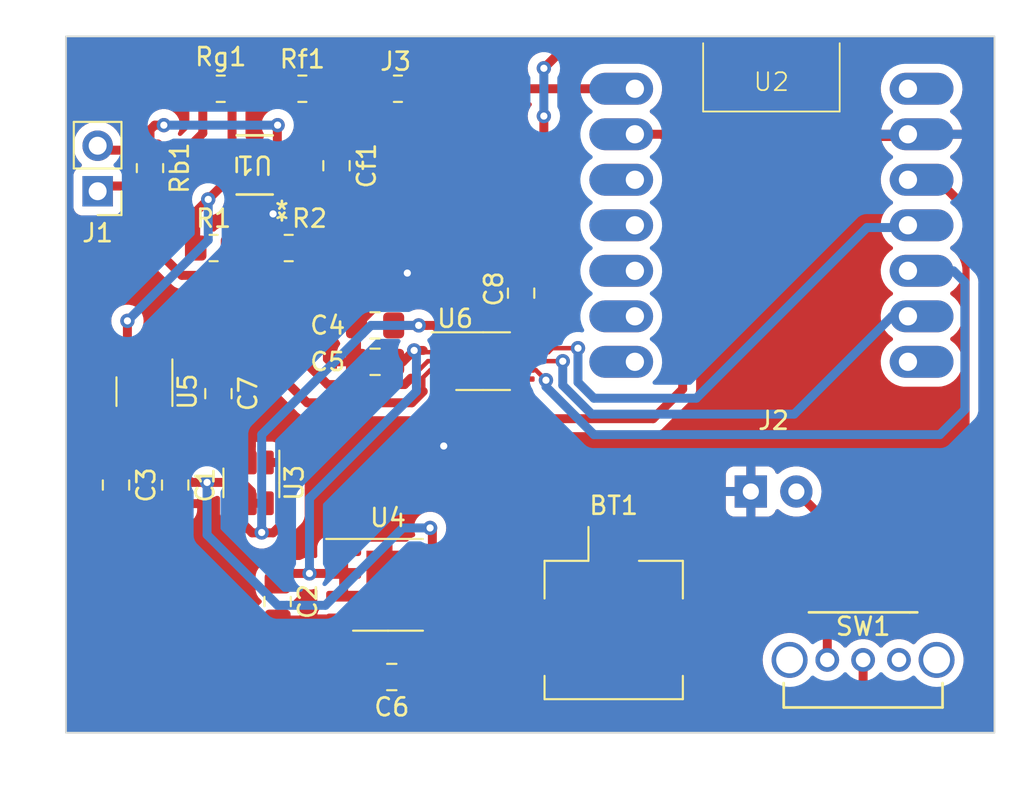
<source format=kicad_pcb>
(kicad_pcb (version 20221018) (generator pcbnew)
  (layers (0 "F.Cu" signal) (31 "B.Cu" signal) (34 "B.Paste" user) (35 "F.Paste" user) (36 "B.SilkS" user "B.Silkscreen") (37 "F.SilkS" user "F.Silkscreen") (38 "B.Mask" user) (39 "F.Mask" user) (44 "Edge.Cuts" user))
  (net 0 "")
  (net 1 "Net-(BT1-+)")
  (net 2 "GND")
  (net 3 "/3V3")
  (net 4 "/1.8V")
  (net 5 "/3V")
  (net 6 "/Amp-")
  (net 7 "/Amp_out")
  (net 8 "/1{slash}2 3V3")
  (net 9 "/Piezo+")
  (net 10 "VCC")
  (net 11 "/A0")
  (net 13 "/A1")
  (net 20 "/MOSI")
  (net 21 "/MISO")
  (net 22 "/SCK")
  (net 24 "/3V_buffer")
  (footprint "Package_SO:SOIC-8-1EP_3.9x4.9mm_P1.27mm_EP2.41x3.81mm" (layer "F.Cu") (at 146.369 108.839)
    (fp_text reference "U4" (at 0 -3.744) (layer "F.SilkS"))
    (fp_text value "ADP7118ARDZ-1.8")
    (fp_line (start 0 -2.56) (end -3.45 -2.56) (stroke (width 0.12)) (layer "F.SilkS"))
    (fp_line (start 0 -2.56) (end 1.95 -2.56) (stroke (width 0.12)) (layer "F.SilkS"))
    (fp_line (start 0 2.56) (end -1.95 2.56) (stroke (width 0.12)) (layer "F.SilkS"))
    (fp_line (start 0 2.56) (end 1.95 2.56) (stroke (width 0.12)) (layer "F.SilkS"))
    (pad "1" smd roundrect (at -2.475 -1.905) (size 1.95 0.6) (layers "F.Cu" "F.Paste" "F.Mask") (net 4 "/1.8V"))
    (pad "2" smd roundrect (at -2.475 -0.635) (size 1.95 0.6) (layers "F.Cu" "F.Paste" "F.Mask") (net 4 "/1.8V"))
    (pad "3" smd roundrect (at -2.475 0.635) (size 1.95 0.6) (layers "F.Cu" "F.Paste" "F.Mask") (net 4 "/1.8V"))
    (pad "4" smd roundrect (at -2.475 1.905) (size 1.95 0.6) (layers "F.Cu" "F.Paste" "F.Mask") (net 2 "GND"))
    (pad "5" smd roundrect (at 2.475 1.905) (size 1.95 0.6) (layers "F.Cu" "F.Paste" "F.Mask") (net 3 "/3V3"))
    (pad "6" smd roundrect (at 2.475 0.635) (size 1.95 0.6) (layers "F.Cu" "F.Paste" "F.Mask"))
    (pad "7" smd roundrect (at 2.475 -0.635) (size 1.95 0.6) (layers "F.Cu" "F.Paste" "F.Mask") (net 3 "/3V3"))
    (pad "8" smd roundrect (at 2.475 -1.905) (size 1.95 0.6) (layers "F.Cu" "F.Paste" "F.Mask") (net 3 "/3V3"))
    (pad "9" smd rect (at 0 0) (size 2.41 3.81) (layers "F.Cu" "F.Mask") (net 2 "GND"))
  )
  (footprint "Capacitor_SMD:C_0805_2012Metric_Pad1.18x1.45mm_HandSolder" (layer "F.Cu") (at 140.208 109.7725 -90)
    (fp_text reference "C2" (at 0 -1.68 90) (layer "F.SilkS"))
    (fp_text value "2.2μF")
    (fp_line (start -0.261252 -0.735) (end 0.261252 -0.735) (stroke (width 0.12)) (layer "F.SilkS"))
    (fp_line (start -0.261252 0.735) (end 0.261252 0.735) (stroke (width 0.12)) (layer "F.SilkS"))
    (pad "1" smd roundrect (at -1.0375 0 270) (size 1.175 1.45) (layers "F.Cu" "F.Paste" "F.Mask") (roundrect_rratio 0.212766) (net 4 "/1.8V"))
    (pad "2" smd roundrect (at 1.0375 0 270) (size 1.175 1.45) (layers "F.Cu" "F.Paste" "F.Mask") (roundrect_rratio 0.212766) (net 2 "GND"))
  )
  (footprint "Resistor_SMD:R_0805_2012Metric_Pad1.20x1.40mm_HandSolder" (layer "F.Cu") (at 137.033 81.153)
    (fp_text reference "Rg1" (at 0 -1.778) (layer "F.SilkS"))
    (fp_text value "10K")
    (fp_line (start -0.227064 -0.735) (end 0.227064 -0.735) (stroke (width 0.12)) (layer "F.SilkS"))
    (fp_line (start -0.227064 0.735) (end 0.227064 0.735) (stroke (width 0.12)) (layer "F.SilkS"))
    (pad "1" smd roundrect (at -1 0) (size 1.2 1.4) (layers "F.Cu" "F.Paste" "F.Mask") (roundrect_rratio 0.208333) (net 8 "/1{slash}2 3V3"))
    (pad "2" smd roundrect (at 1 0) (size 1.2 1.4) (layers "F.Cu" "F.Paste" "F.Mask") (roundrect_rratio 0.208333) (net 6 "/Amp-"))
  )
  (footprint "Button_Switch_THT:SWITCH_THT_SPDT_11MA1QS1" (layer "F.Cu") (at 170.885099 113.03)
    (fp_text reference "SW1" (at 2.000001 -1.867 unlocked) (layer "F.SilkS"))
    (fp_text value "SW_SPDT")
    (fp_line (start -2.432299 1.294593) (end -2.432299 2.6542) (stroke (width 0.1524)) (layer "F.SilkS"))
    (fp_line (start -2.432299 2.6542) (end 6.432301 2.6542) (stroke (width 0.1524)) (layer "F.SilkS"))
    (fp_line (start 0.605251 -2.6544) (end -1.022745 -2.6544) (stroke (width 0.1524)) (layer "F.SilkS"))
    (fp_line (start 2.605252 -2.6544) (end 0.605251 -2.6544) (stroke (width 0.1524)) (layer "F.SilkS"))
    (fp_line (start 4.605253 -2.6544) (end 2.605252 -2.6544) (stroke (width 0.1524)) (layer "F.SilkS"))
    (fp_line (start 5.022748 -2.6544) (end 4.605253 -2.6544) (stroke (width 0.1524)) (layer "F.SilkS"))
    (fp_line (start 6.432301 2.6542) (end 6.432301 1.294593) (stroke (width 0.1524)) (layer "F.SilkS"))
    (pad "1" thru_hole circle (at 0 0) (size 1.3208 1.3208) (drill 0.8128) (layers "*.Cu" "*.Mask") (net 10 "VCC"))
    (pad "2" thru_hole circle (at 2.000001 0) (size 1.3208 1.3208) (drill 0.8128) (layers "*.Cu" "*.Mask") (net 1 "Net-(BT1-+)"))
    (pad "3" thru_hole circle (at 4.000002 0) (size 1.3208 1.3208) (drill 0.8128) (layers "*.Cu" "*.Mask"))
    (pad "4" thru_hole circle (at -2.102099 0) (size 2.0066 2.0066) (drill 1.4986) (layers "*.Cu" "*.Mask"))
    (pad "5" thru_hole circle (at 6.102101 0) (size 2.0066 2.0066) (drill 1.4986) (layers "*.Cu" "*.Mask"))
  )
  (footprint "Capacitor_SMD:C_0805_2012Metric_Pad1.18x1.45mm_HandSolder" (layer "F.Cu") (at 145.6475 94.361 180)
    (fp_text reference "C4" (at 2.6455 0) (layer "F.SilkS"))
    (fp_text value "10μF (X7R)")
    (fp_line (start -0.261252 -0.735) (end 0.261252 -0.735) (stroke (width 0.12)) (layer "F.SilkS"))
    (fp_line (start -0.261252 0.735) (end 0.261252 0.735) (stroke (width 0.12)) (layer "F.SilkS"))
    (pad "1" smd roundrect (at -1.0375 0 180) (size 1.175 1.45) (layers "F.Cu" "F.Paste" "F.Mask") (roundrect_rratio 0.212766) (net 24 "/3V_buffer"))
    (pad "2" smd roundrect (at 1.0375 0 180) (size 1.175 1.45) (layers "F.Cu" "F.Paste" "F.Mask") (roundrect_rratio 0.212766) (net 2 "GND"))
  )
  (footprint "Capacitor_SMD:C_0805_2012Metric_Pad1.18x1.45mm_HandSolder" (layer "F.Cu") (at 134.491 103.2705 -90)
    (fp_text reference "C1" (at 0 -1.68 90) (layer "F.SilkS"))
    (fp_text value "1μF")
    (fp_line (start -0.261252 -0.735) (end 0.261252 -0.735) (stroke (width 0.12)) (layer "F.SilkS"))
    (fp_line (start -0.261252 0.735) (end 0.261252 0.735) (stroke (width 0.12)) (layer "F.SilkS"))
    (pad "1" smd roundrect (at -1.0375 0 270) (size 1.175 1.45) (layers "F.Cu" "F.Paste" "F.Mask") (roundrect_rratio 0.212766) (net 3 "/3V3"))
    (pad "2" smd roundrect (at 1.0375 0 270) (size 1.175 1.45) (layers "F.Cu" "F.Paste" "F.Mask") (roundrect_rratio 0.212766) (net 2 "GND"))
  )
  (footprint "Capacitor_SMD:C_0805_2012Metric_Pad1.18x1.45mm_HandSolder" (layer "F.Cu") (at 131.189 103.2705 -90)
    (fp_text reference "C3" (at 0 -1.68 90) (layer "F.SilkS"))
    (fp_text value "0.1μF")
    (fp_line (start -0.261252 -0.735) (end 0.261252 -0.735) (stroke (width 0.12)) (layer "F.SilkS"))
    (fp_line (start -0.261252 0.735) (end 0.261252 0.735) (stroke (width 0.12)) (layer "F.SilkS"))
    (pad "1" smd roundrect (at -1.0375 0 270) (size 1.175 1.45) (layers "F.Cu" "F.Paste" "F.Mask") (roundrect_rratio 0.212766) (net 3 "/3V3"))
    (pad "2" smd roundrect (at 1.0375 0 270) (size 1.175 1.45) (layers "F.Cu" "F.Paste" "F.Mask") (roundrect_rratio 0.212766) (net 2 "GND"))
  )
  (footprint "LED_THT:LED_D5.0mm" (layer "F.Cu") (at 166.619 103.632)
    (fp_text reference "J2" (at 1.27 -3.96) (layer "F.SilkS"))
    (fp_text value "Conn_01x02_Pin")
    (pad "1" thru_hole rect (at 0 0) (size 1.8 1.8) (drill 0.9) (layers "*.Cu" "*.Mask") (net 2 "GND"))
    (pad "2" thru_hole circle (at 2.54 0) (size 1.8 1.8) (drill 0.9) (layers "*.Cu" "*.Mask") (net 10 "VCC"))
  )
  (footprint "Package_TO_SOT_SMD:SOT-23-6" (layer "F.Cu") (at 132.774 98.058 -90)
    (fp_text reference "U5" (at 0 -2.4 90) (layer "F.SilkS"))
    (fp_text value "ADR3430ARJZ-R7")
    (fp_line (start 0 -1.56) (end -1.8 -1.56) (stroke (width 0.12)) (layer "F.SilkS"))
    (fp_line (start 0 -1.56) (end 0.8 -1.56) (stroke (width 0.12)) (layer "F.SilkS"))
    (fp_line (start 0 1.56) (end -0.8 1.56) (stroke (width 0.12)) (layer "F.SilkS"))
    (fp_line (start 0 1.56) (end 0.8 1.56) (stroke (width 0.12)) (layer "F.SilkS"))
    (pad "1" smd roundrect (at -1.1375 -0.95 270) (size 1.325 0.6) (layers "F.Cu" "F.Paste" "F.Mask") (net 2 "GND"))
    (pad "2" smd roundrect (at -1.1375 0 270) (size 1.325 0.6) (layers "F.Cu" "F.Paste" "F.Mask") (net 2 "GND"))
    (pad "3" smd roundrect (at -1.1375 0.95 270) (size 1.325 0.6) (layers "F.Cu" "F.Paste" "F.Mask") (net 3 "/3V3"))
    (pad "4" smd roundrect (at 1.1375 0.95 270) (size 1.325 0.6) (layers "F.Cu" "F.Paste" "F.Mask") (net 3 "/3V3"))
    (pad "5" smd roundrect (at 1.1375 0 270) (size 1.325 0.6) (layers "F.Cu" "F.Paste" "F.Mask") (net 5 "/3V"))
    (pad "6" smd roundrect (at 1.1375 -0.95 270) (size 1.325 0.6) (layers "F.Cu" "F.Paste" "F.Mask") (net 5 "/3V"))
  )
  (footprint "Package_SO:MSOP-10-1EP_3x3mm_P0.5mm_EP1.68x1.88mm" (layer "F.Cu") (at 151.677 96.355)
    (fp_text reference "U6" (at -1.563 -2.375) (layer "F.SilkS"))
    (fp_text value "AD4022")
    (fp_line (start 0 -1.61) (end -2.875 -1.61) (stroke (width 0.12)) (layer "F.SilkS"))
    (fp_line (start 0 -1.61) (end 1.5 -1.61) (stroke (width 0.12)) (layer "F.SilkS"))
    (fp_line (start 0 1.61) (end -1.5 1.61) (stroke (width 0.12)) (layer "F.SilkS"))
    (fp_line (start 0 1.61) (end 1.5 1.61) (stroke (width 0.12)) (layer "F.SilkS"))
    (pad "1" smd roundrect (at -2.15 -1) (size 1.45 0.3) (layers "F.Cu" "F.Paste" "F.Mask") (net 24 "/3V_buffer"))
    (pad "2" smd roundrect (at -2.15 -0.5) (size 1.45 0.3) (layers "F.Cu" "F.Paste" "F.Mask") (net 4 "/1.8V"))
    (pad "3" smd roundrect (at -2.15 0) (size 1.45 0.3) (layers "F.Cu" "F.Paste" "F.Mask") (net 7 "/Amp_out"))
    (pad "4" smd roundrect (at -2.15 0.5) (size 1.45 0.3) (layers "F.Cu" "F.Paste" "F.Mask") (net 8 "/1{slash}2 3V3"))
    (pad "5" smd roundrect (at -2.15 1) (size 1.45 0.3) (layers "F.Cu" "F.Paste" "F.Mask") (net 2 "GND"))
    (pad "6" smd roundrect (at 2.15 1) (size 1.45 0.3) (layers "F.Cu" "F.Paste" "F.Mask") (net 13 "/A1"))
    (pad "7" smd roundrect (at 2.15 0.5) (size 1.45 0.3) (layers "F.Cu" "F.Paste" "F.Mask") (net 21 "/MISO"))
    (pad "8" smd roundrect (at 2.15 0) (size 1.45 0.3) (layers "F.Cu" "F.Paste" "F.Mask") (net 22 "/SCK"))
    (pad "9" smd roundrect (at 2.15 -0.5) (size 1.45 0.3) (layers "F.Cu" "F.Paste" "F.Mask") (net 20 "/MOSI"))
    (pad "10" smd roundrect (at 2.15 -1) (size 1.45 0.3) (layers "F.Cu" "F.Paste" "F.Mask") (net 3 "/3V3"))
    (pad "11" smd rect (at 0 0) (size 1.68 1.88) (layers "F.Cu" "F.Mask"))
  )
  (footprint "Capacitor_SMD:C_0805_2012Metric_Pad1.18x1.45mm_HandSolder" (layer "F.Cu") (at 145.6475 96.393 180)
    (fp_text reference "C5" (at 2.6455 0) (layer "F.SilkS"))
    (fp_text value "0.1μF")
    (fp_line (start -0.261252 -0.735) (end 0.261252 -0.735) (stroke (width 0.12)) (layer "F.SilkS"))
    (fp_line (start -0.261252 0.735) (end 0.261252 0.735) (stroke (width 0.12)) (layer "F.SilkS"))
    (pad "1" smd roundrect (at -1.0375 0 180) (size 1.175 1.45) (layers "F.Cu" "F.Paste" "F.Mask") (roundrect_rratio 0.212766) (net 4 "/1.8V"))
    (pad "2" smd roundrect (at 1.0375 0 180) (size 1.175 1.45) (layers "F.Cu" "F.Paste" "F.Mask") (roundrect_rratio 0.212766) (net 2 "GND"))
  )
  (footprint "Package_TO_SOT_SMD:SOT-23-6" (layer "F.Cu") (at 138.743 103.149 -90)
    (fp_text reference "U3" (at 0 -2.4 90) (layer "F.SilkS"))
    (fp_text value "ADA4807-1")
    (fp_line (start 0 -1.56) (end -1.8 -1.56) (stroke (width 0.12)) (layer "F.SilkS"))
    (fp_line (start 0 -1.56) (end 0.8 -1.56) (stroke (width 0.12)) (layer "F.SilkS"))
    (fp_line (start 0 1.56) (end -0.8 1.56) (stroke (width 0.12)) (layer "F.SilkS"))
    (fp_line (start 0 1.56) (end 0.8 1.56) (stroke (width 0.12)) (layer "F.SilkS"))
    (pad "1" smd roundrect (at -1.1375 -0.95 270) (size 1.325 0.6) (layers "F.Cu" "F.Paste" "F.Mask") (net 24 "/3V_buffer"))
    (pad "2" smd roundrect (at -1.1375 0 270) (size 1.325 0.6) (layers "F.Cu" "F.Paste" "F.Mask") (net 2 "GND"))
    (pad "3" smd roundrect (at -1.1375 0.95 270) (size 1.325 0.6) (layers "F.Cu" "F.Paste" "F.Mask") (net 5 "/3V"))
    (pad "4" smd roundrect (at 1.1375 0.95 270) (size 1.325 0.6) (layers "F.Cu" "F.Paste" "F.Mask") (net 24 "/3V_buffer"))
    (pad "5" smd roundrect (at 1.1375 0 270) (size 1.325 0.6) (layers "F.Cu" "F.Paste" "F.Mask") (net 3 "/3V3"))
    (pad "6" smd roundrect (at 1.1375 -0.95 270) (size 1.325 0.6) (layers "F.Cu" "F.Paste" "F.Mask") (net 3 "/3V3"))
  )
  (footprint "Capacitor_SMD:C_0805_2012Metric_Pad1.18x1.45mm_HandSolder" (layer "F.Cu") (at 136.904 98.169 90)
    (fp_text reference "C7" (at 0 1.651 90) (layer "F.SilkS"))
    (fp_text value "0.1μF")
    (fp_line (start -0.261252 -0.735) (end 0.261252 -0.735) (stroke (width 0.12)) (layer "F.SilkS"))
    (fp_line (start -0.261252 0.735) (end 0.261252 0.735) (stroke (width 0.12)) (layer "F.SilkS"))
    (pad "1" smd roundrect (at -1.0375 0 90) (size 1.175 1.45) (layers "F.Cu" "F.Paste" "F.Mask") (roundrect_rratio 0.212766) (net 5 "/3V"))
    (pad "2" smd roundrect (at 1.0375 0 90) (size 1.175 1.45) (layers "F.Cu" "F.Paste" "F.Mask") (roundrect_rratio 0.212766) (net 2 "GND"))
  )
  (footprint "Capacitor_SMD:C_0805_2012Metric_Pad1.18x1.45mm_HandSolder" (layer "F.Cu") (at 146.5795 113.985 180)
    (fp_text reference "C6" (at 0 -1.68) (layer "F.SilkS"))
    (fp_text value "2.2μF")
    (fp_line (start -0.261252 -0.735) (end 0.261252 -0.735) (stroke (width 0.12)) (layer "F.SilkS"))
    (fp_line (start -0.261252 0.735) (end 0.261252 0.735) (stroke (width 0.12)) (layer "F.SilkS"))
    (pad "1" smd roundrect (at -1.0375 0 180) (size 1.175 1.45) (layers "F.Cu" "F.Paste" "F.Mask") (roundrect_rratio 0.212766) (net 3 "/3V3"))
    (pad "2" smd roundrect (at 1.0375 0 180) (size 1.175 1.45) (layers "F.Cu" "F.Paste" "F.Mask") (roundrect_rratio 0.212766) (net 2 "GND"))
  )
  (footprint "Resistor_SMD:R_0805_2012Metric_Pad1.20x1.40mm_HandSolder" (layer "F.Cu") (at 136.636 90.043)
    (fp_text reference "R1" (at 0 -1.65) (layer "F.SilkS"))
    (fp_text value "10K")
    (fp_line (start -0.227064 -0.735) (end 0.227064 -0.735) (stroke (width 0.12)) (layer "F.SilkS"))
    (fp_line (start -0.227064 0.735) (end 0.227064 0.735) (stroke (width 0.12)) (layer "F.SilkS"))
    (pad "1" smd roundrect (at -1 0) (size 1.2 1.4) (layers "F.Cu" "F.Paste" "F.Mask") (roundrect_rratio 0.208333) (net 3 "/3V3"))
    (pad "2" smd roundrect (at 1 0) (size 1.2 1.4) (layers "F.Cu" "F.Paste" "F.Mask") (roundrect_rratio 0.208333) (net 8 "/1{slash}2 3V3"))
  )
  (footprint "Capacitor_SMD:C_0805_2012Metric_Pad1.18x1.45mm_HandSolder" (layer "F.Cu") (at 153.797 92.5615 90)
    (fp_text reference "C8" (at 0.2325 -1.524 90) (layer "F.SilkS"))
    (fp_text value "0.1μF")
    (fp_line (start -0.261252 -0.735) (end 0.261252 -0.735) (stroke (width 0.12)) (layer "F.SilkS"))
    (fp_line (start -0.261252 0.735) (end 0.261252 0.735) (stroke (width 0.12)) (layer "F.SilkS"))
    (pad "1" smd roundrect (at -1.0375 0 90) (size 1.175 1.45) (layers "F.Cu" "F.Paste" "F.Mask") (roundrect_rratio 0.212766) (net 3 "/3V3"))
    (pad "2" smd roundrect (at 1.0375 0 90) (size 1.175 1.45) (layers "F.Cu" "F.Paste" "F.Mask") (roundrect_rratio 0.212766) (net 2 "GND"))
  )
  (footprint "Connector_PinHeader_2.54mm:PinHeader_1x02_P2.54mm_Vertical" (layer "F.Cu") (at 130.164 86.873 180)
    (fp_text reference "J1" (at 0 -2.33) (layer "F.SilkS"))
    (fp_text value "Piezo sensor")
    (fp_line (start -1.33 -1.33) (end 0 -1.33) (stroke (width 0.12)) (layer "F.SilkS"))
    (fp_line (start -1.33 0) (end -1.33 -1.33) (stroke (width 0.12)) (layer "F.SilkS"))
    (fp_line (start -1.33 1.27) (end -1.33 3.87) (stroke (width 0.12)) (layer "F.SilkS"))
    (fp_line (start -1.33 1.27) (end 1.33 1.27) (stroke (width 0.12)) (layer "F.SilkS"))
    (fp_line (start -1.33 3.87) (end 1.33 3.87) (stroke (width 0.12)) (layer "F.SilkS"))
    (fp_line (start 1.33 1.27) (end 1.33 3.87) (stroke (width 0.12)) (layer "F.SilkS"))
    (pad "1" thru_hole rect (at 0 0 180) (size 1.7 1.7) (drill 1) (layers "*.Cu" "*.Mask") (net 8 "/1{slash}2 3V3"))
    (pad "2" thru_hole oval (at 0 2.54 180) (size 1.7 1.7) (drill 1) (layers "*.Cu" "*.Mask") (net 9 "/Piezo+"))
  )
  (footprint "Resistor_SMD:R_0805_2012Metric_Pad1.20x1.40mm_HandSolder" (layer "F.Cu") (at 146.923 81.153 180)
    (fp_text reference "J3" (at 0.127 1.524) (layer "F.SilkS"))
    (fp_text value "A0_reserved_direct_output_pad")
    (fp_line (start -0.227064 -0.735) (end 0.227064 -0.735) (stroke (width 0.12)) (layer "F.SilkS"))
    (fp_line (start -0.227064 0.735) (end 0.227064 0.735) (stroke (width 0.12)) (layer "F.SilkS"))
    (pad "1" smd roundrect (at -1 0 180) (size 1.2 1.4) (layers "F.Cu" "F.Paste" "F.Mask") (roundrect_rratio 0.208333) (net 11 "/A0"))
    (pad "2" smd roundrect (at 1 0 180) (size 1.2 1.4) (layers "F.Cu" "F.Paste" "F.Mask") (roundrect_rratio 0.208333) (net 7 "/Amp_out"))
  )
  (footprint "Connector_JST:JST_ZE_SM02B-ZESS-TB_1x02-1MP_P1.50mm_Horizontal" (layer "F.Cu") (at 158.9652 109.636)
    (fp_text reference "BT1" (at 0 -5.22) (layer "F.SilkS"))
    (fp_text value "Battery_Cell")
    (fp_line (start -3.86 -2.135) (end -1.41 -2.135) (stroke (width 0.12)) (layer "F.SilkS"))
    (fp_line (start -3.86 -0.035) (end -3.86 -2.135) (stroke (width 0.12)) (layer "F.SilkS"))
    (fp_line (start -3.86 4.285) (end -3.86 5.585) (stroke (width 0.12)) (layer "F.SilkS"))
    (fp_line (start -3.86 5.585) (end 3.86 5.585) (stroke (width 0.12)) (layer "F.SilkS"))
    (fp_line (start -1.41 -2.135) (end -1.41 -4.025) (stroke (width 0.12)) (layer "F.SilkS"))
    (fp_line (start 3.86 -2.135) (end 1.41 -2.135) (stroke (width 0.12)) (layer "F.SilkS"))
    (fp_line (start 3.86 -0.035) (end 3.86 -2.135) (stroke (width 0.12)) (layer "F.SilkS"))
    (fp_line (start 3.86 5.585) (end 3.86 4.285) (stroke (width 0.12)) (layer "F.SilkS"))
    (pad "1" smd roundrect (at -0.75 -2.575) (size 0.8 2.9) (layers "F.Cu" "F.Paste" "F.Mask") (net 1 "Net-(BT1-+)"))
    (pad "2" smd roundrect (at 0.75 -2.575) (size 0.8 2.9) (layers "F.Cu" "F.Paste" "F.Mask") (net 2 "GND"))
    (pad "MP" smd roundrect (at -3.35 2.125) (size 1.8 3.8) (layers "F.Cu" "F.Paste" "F.Mask") (roundrect_rratio 0.138889))
    (pad "MP" smd roundrect (at 3.35 2.125) (size 1.8 3.8) (layers "F.Cu" "F.Paste" "F.Mask") (roundrect_rratio 0.138889))
  )
  (footprint "Resistor_SMD:R_0805_2012Metric_Pad1.20x1.40mm_HandSolder" (layer "F.Cu") (at 133.085 85.582 -90)
    (fp_text reference "Rb1" (at 0 -1.65 90) (layer "F.SilkS"))
    (fp_text value "10M")
    (fp_line (start -0.227064 -0.735) (end 0.227064 -0.735) (stroke (width 0.12)) (layer "F.SilkS"))
    (fp_line (start -0.227064 0.735) (end 0.227064 0.735) (stroke (width 0.12)) (layer "F.SilkS"))
    (pad "1" smd roundrect (at -1 0 270) (size 1.2 1.4) (layers "F.Cu" "F.Paste" "F.Mask") (roundrect_rratio 0.208333) (net 9 "/Piezo+"))
    (pad "2" smd roundrect (at 1 0 270) (size 1.2 1.4) (layers "F.Cu" "F.Paste" "F.Mask") (roundrect_rratio 0.208333) (net 8 "/1{slash}2 3V3"))
  )
  (footprint "Capacitor_SMD:C_0805_2012Metric_Pad1.18x1.45mm_HandSolder" (layer "F.Cu") (at 143.494 85.4495 -90)
    (fp_text reference "Cf1" (at 0 -1.68 90) (layer "F.SilkS"))
    (fp_text value "C")
    (fp_line (start -0.261252 -0.735) (end 0.261252 -0.735) (stroke (width 0.12)) (layer "F.SilkS"))
    (fp_line (start -0.261252 0.735) (end 0.261252 0.735) (stroke (width 0.12)) (layer "F.SilkS"))
    (pad "1" smd roundrect (at -1.0375 0 270) (size 1.175 1.45) (layers "F.Cu" "F.Paste" "F.Mask") (roundrect_rratio 0.212766) (net 6 "/Amp-"))
    (pad "2" smd roundrect (at 1.0375 0 270) (size 1.175 1.45) (layers "F.Cu" "F.Paste" "F.Mask") (roundrect_rratio 0.212766) (net 7 "/Amp_out"))
  )
  (footprint "XIAO ESP32 THT:XIAO_ESP32_SENSE" (layer "F.Cu") (at 167.767 88.773)
    (fp_text reference "U2" (at 0 -8.001 unlocked) (layer "F.SilkS") (effects (font (thickness 0.1))))
    (fp_text value "~")
    (fp_line (start -3.81 -10.16) (end -3.81 -6.35) (stroke (width 0.1)) (layer "F.SilkS"))
    (fp_line (start -3.81 -6.35) (end 3.81 -6.35) (stroke (width 0.1)) (layer "F.SilkS"))
    (fp_line (start 3.81 -6.35) (end 3.81 -10.16) (stroke (width 0.1)) (layer "F.SilkS"))
    (pad "1" thru_hole oval (at -7.62 -7.62) (size 3.556 1.778) (drill 1.016 (offset -0.762 0)) (layers "*.Cu" "*.Mask") (net 11 "/A0"))
    (pad "2" thru_hole oval (at -7.62 -5.08) (size 3.556 1.778) (drill 1.016 (offset -0.762 0)) (layers "*.Cu" "*.Mask") (net 13 "/A1"))
    (pad "3" thru_hole oval (at -7.62 -2.54) (size 3.556 1.778) (drill 1.016 (offset -0.762 0)) (layers "*.Cu" "*.Mask"))
    (pad "4" thru_hole oval (at -7.62 0) (size 3.556 1.778) (drill 1.016 (offset -0.762 0)) (layers "*.Cu" "*.Mask"))
    (pad "5" thru_hole oval (at -7.62 2.54) (size 3.556 1.778) (drill 1.016 (offset -0.762 0)) (layers "*.Cu" "*.Mask"))
    (pad "6" thru_hole oval (at -7.62 5.08) (size 3.556 1.778) (drill 1.016 (offset -0.762 0)) (layers "*.Cu" "*.Mask"))
    (pad "7" thru_hole oval (at -7.62 7.62) (size 3.556 1.778) (drill 1.016 (offset -0.762 0)) (layers "*.Cu" "*.Mask"))
    (pad "8" thru_hole oval (at 7.62 -7.62) (size 3.556 1.778) (drill 1.016 (offset 0.762 0)) (layers "*.Cu" "*.Mask"))
    (pad "9" thru_hole oval (at 7.62 -5.08) (size 3.556 1.778) (drill 1.016 (offset 0.762 0)) (layers "*.Cu" "*.Mask") (net 2 "GND"))
    (pad "10" thru_hole oval (at 7.62 -2.54) (size 3.556 1.778) (drill 1.016 (offset 0.762 0)) (layers "*.Cu" "*.Mask") (net 3 "/3V3"))
    (pad "11" thru_hole oval (at 7.62 0) (size 3.556 1.778) (drill 1.016 (offset 0.762 0)) (layers "*.Cu" "*.Mask") (net 20 "/MOSI"))
    (pad "12" thru_hole oval (at 7.62 2.54) (size 3.556 1.778) (drill 1.016 (offset 0.762 0)) (layers "*.Cu" "*.Mask") (net 21 "/MISO"))
    (pad "13" thru_hole oval (at 7.62 5.08) (size 3.556 1.778) (drill 1.016 (offset 0.762 0)) (layers "*.Cu" "*.Mask") (net 22 "/SCK"))
    (pad "14" thru_hole oval (at 7.62 7.62) (size 3.556 1.778) (drill 1.016 (offset 0.762 0)) (layers "*.Cu" "*.Mask"))
  )
  (footprint "op_amp:TLV2771CDBVR" (layer "F.Cu") (at 138.92835 85.405001 180)
    (fp_text reference "U1" (at 0 0 180 unlocked) (layer "F.SilkS"))
    (fp_text value "TLV2771CDBVR")
    (fp_text user "*" (at -1.51765 -2.5502 180 unlocked) (layer "F.SilkS"))
    (fp_text user "*" (at -1.51765 -2.5502) (layer "F.SilkS"))
    (fp_line (start -1.0033 1.651) (end 1.0033 1.651) (stroke (width 0.1524)) (layer "F.SilkS"))
    (fp_line (start 1.0033 -1.651) (end -1.0033 -1.651) (stroke (width 0.1524)) (layer "F.SilkS"))
    (fp_line (start 1.0033 0.388661) (end 1.0033 -0.388661) (stroke (width 0.1524)) (layer "F.SilkS"))
    (pad "1" smd rect (at -1.26365 -0.950001 180) (size 0.7747 0.4572) (layers "F.Cu" "F.Paste" "F.Mask") (net 7 "/Amp_out"))
    (pad "2" smd rect (at -1.26365 0 180) (size 0.7747 0.4572) (layers "F.Cu" "F.Paste" "F.Mask") (net 2 "GND"))
    (pad "3" smd rect (at -1.26365 0.950001 180) (size 0.7747 0.4572) (layers "F.Cu" "F.Paste" "F.Mask") (net 9 "/Piezo+"))
    (pad "4" smd rect (at 1.26365 0.950001 180) (size 0.7747 0.4572) (layers "F.Cu" "F.Paste" "F.Mask") (net 6 "/Amp-"))
    (pad "5" smd rect (at 1.26365 -0.950001 180) (size 0.7747 0.4572) (layers "F.Cu" "F.Paste" "F.Mask") (net 3 "/3V3"))
  )
  (footprint "Resistor_SMD:R_0805_2012Metric_Pad1.20x1.40mm_HandSolder" (layer "F.Cu") (at 141.589 81.153)
    (fp_text reference "Rf1" (at 0 -1.65) (layer "F.SilkS"))
    (fp_text value "470K")
    (fp_line (start -0.227064 -0.735) (end 0.227064 -0.735) (stroke (width 0.12)) (layer "F.SilkS"))
    (fp_line (start -0.227064 0.735) (end 0.227064 0.735) (stroke (width 0.12)) (layer "F.SilkS"))
    (pad "1" smd roundrect (at -1 0) (size 1.2 1.4) (layers "F.Cu" "F.Paste" "F.Mask") (roundrect_rratio 0.208333) (net 6 "/Amp-"))
    (pad "2" smd roundrect (at 1 0) (size 1.2 1.4) (layers "F.Cu" "F.Paste" "F.Mask") (roundrect_rratio 0.208333) (net 7 "/Amp_out"))
  )
  (footprint "Resistor_SMD:R_0805_2012Metric_Pad1.20x1.40mm_HandSolder" (layer "F.Cu") (at 140.827 90.043)
    (fp_text reference "R2" (at 1.159 -1.651) (layer "F.SilkS"))
    (fp_text value "10K")
    (fp_line (start -0.227064 -0.735) (end 0.227064 -0.735) (stroke (width 0.12)) (layer "F.SilkS"))
    (fp_line (start -0.227064 0.735) (end 0.227064 0.735) (stroke (width 0.12)) (layer "F.SilkS"))
    (pad "1" smd roundrect (at -1 0) (size 1.2 1.4) (layers "F.Cu" "F.Paste" "F.Mask") (roundrect_rratio 0.208333) (net 8 "/1{slash}2 3V3"))
    (pad "2" smd roundrect (at 1 0) (size 1.2 1.4) (layers "F.Cu" "F.Paste" "F.Mask") (roundrect_rratio 0.208333) (net 2 "GND"))
  )
  (gr_rect (start 128.397 78.232) (end 180.213 117.094) (stroke (width 0.1)) (fill none) (layer "Edge.Cuts"))
  (segment (start 172.8851 114.2619) (end 172.8851 113.03) (width 0.5) (layer "F.Cu") (net 1))
  (segment (start 158.242 108.5378) (end 158.242 113.538) (width 0.5) (layer "F.Cu") (net 1))
  (segment (start 158.2152 108.511) (end 158.242 108.5378) (width 0.25) (layer "F.Cu") (net 1))
  (segment (start 158.2152 107.061) (end 158.2152 108.511) (width 0.25) (layer "F.Cu") (net 1))
  (segment (start 159.893 115.189) (end 171.958 115.189) (width 0.5) (layer "F.Cu") (net 1))
  (segment (start 158.242 113.538) (end 159.893 115.189) (width 0.5) (layer "F.Cu") (net 1))
  (segment (start 171.958 115.189) (end 172.8851 114.2619) (width 0.5) (layer "F.Cu") (net 1))
  (segment (start 172.212 83.82) (end 175.26 83.82) (width 0.5) (layer "F.Cu") (net 2))
  (segment (start 159.7152 105.611) (end 155.1962 101.092) (width 0.5) (layer "F.Cu") (net 2))
  (segment (start 159.7152 107.061) (end 159.7152 105.611) (width 0.5) (layer "F.Cu") (net 2))
  (segment (start 139.954 88.138) (end 139.922 88.138) (width 0.5) (layer "F.Cu") (net 2))
  (segment (start 144.61 94.361) (end 147.447 91.524) (width 0.5) (layer "F.Cu") (net 2))
  (segment (start 141.827 90.043) (end 139.954 88.17) (width 0.5) (layer "F.Cu") (net 2))
  (segment (start 155.1962 101.092) (end 149.479 101.092) (width 0.5) (layer "F.Cu") (net 2))
  (segment (start 144.464 110.744) (end 146.369 108.839) (width 0.5) (layer "F.Cu") (net 2))
  (segment (start 144.61 94.361) (end 144.61 96.393) (width 0.5) (layer "F.Cu") (net 2))
  (segment (start 143.894 110.744) (end 143.894 113.099) (width 0.5) (layer "F.Cu") (net 2))
  (segment (start 146.369 104.202) (end 149.479 101.092) (width 0.5) (layer "F.Cu") (net 2))
  (segment (start 175.26 83.82) (end 175.387 83.693) (width 0.5) (layer "F.Cu") (net 2))
  (segment (start 139.922 88.138) (end 138.922 87.138) (width 0.5) (layer "F.Cu") (net 2))
  (segment (start 163.1442 103.632) (end 166.619 103.632) (width 0.5) (layer "F.Cu") (net 2))
  (segment (start 133.935 97.1315) (end 133.724 96.9205) (width 0.5) (layer "F.Cu") (net 2))
  (segment (start 139.954 88.17) (end 139.954 88.138) (width 0.5) (layer "F.Cu") (net 2))
  (segment (start 149.527 97.536) (end 149.527 101.044) (width 0.5) (layer "F.Cu") (net 2))
  (segment (start 144.78 113.985) (end 145.542 113.985) (width 0.5) (layer "F.Cu") (net 2))
  (segment (start 166.619 103.632) (end 166.619 89.413) (width 0.5) (layer "F.Cu") (net 2))
  (segment (start 140.208 110.81) (end 143.828 110.81) (width 0.5) (layer "F.Cu") (net 2))
  (segment (start 159.7152 107.061) (end 163.1442 103.632) (width 0.5) (layer "F.Cu") (net 2))
  (segment (start 138.922 87.138) (end 138.922 85.725) (width 0.5) (layer "F.Cu") (net 2))
  (segment (start 147.447 91.524) (end 153.797 91.524) (width 0.5) (layer "F.Cu") (net 2))
  (segment (start 139.241999 85.405001) (end 140.192 85.405001) (width 0.5) (layer "F.Cu") (net 2))
  (segment (start 143.894 110.744) (end 144.464 110.744) (width 0.25) (layer "F.Cu") (net 2))
  (segment (start 143.828 110.81) (end 143.894 110.744) (width 0.25) (layer "F.Cu") (net 2))
  (segment (start 134.491 104.308) (end 131.189 104.308) (width 0.25) (layer "F.Cu") (net 2))
  (segment (start 138.922 85.725) (end 139.241999 85.405001) (width 0.5) (layer "F.Cu") (net 2))
  (segment (start 147.447 91.524) (end 147.447 91.44) (width 0.5) (layer "F.Cu") (net 2))
  (segment (start 147.531 91.44) (end 147.447 91.524) (width 0.5) (layer "F.Cu") (net 2))
  (segment (start 149.527 101.044) (end 149.479 101.092) (width 0.25) (layer "F.Cu") (net 2))
  (segment (start 143.894 113.099) (end 144.78 113.985) (width 0.5) (layer "F.Cu") (net 2))
  (segment (start 138.743 102.0115) (end 138.743 98.9705) (width 0.5) (layer "F.Cu") (net 2))
  (segment (start 136.904 97.1315) (end 133.935 97.1315) (width 0.5) (layer "F.Cu") (net 2))
  (segment (start 147.447 91.44) (end 147.531 91.44) (width 0.5) (layer "F.Cu") (net 2))
  (segment (start 146.369 108.839) (end 146.369 104.202) (width 0.5) (layer "F.Cu") (net 2))
  (segment (start 149.527 97.355) (end 149.527 97.536) (width 0.25) (layer "F.Cu") (net 2))
  (segment (start 138.743 98.9705) (end 136.904 97.1315) (width 0.5) (layer "F.Cu") (net 2))
  (segment (start 166.619 89.413) (end 172.212 83.82) (width 0.5) (layer "F.Cu") (net 2))
  (segment (start 133.724 96.9205) (end 132.774 96.9205) (width 0.5) (layer "F.Cu") (net 2))
  (via (at 139.954 88.138) (size 0.8) (drill 0.4) (layers "F.Cu" "B.Cu") (net 2))
  (via (at 147.447 91.44) (size 0.8) (drill 0.4) (layers "F.Cu" "B.Cu") (net 2))
  (via (at 149.479 101.092) (size 0.8) (drill 0.4) (layers "F.Cu" "B.Cu") (net 2))
  (segment (start 149.479 93.472) (end 149.479 101.092) (width 0.5) (layer "B.Cu") (net 2))
  (segment (start 147.447 91.44) (end 149.479 93.472) (width 0.5) (layer "B.Cu") (net 2))
  (segment (start 131.824 99.1955) (end 131.189 99.8305) (width 0.5) (layer "F.Cu") (net 3))
  (segment (start 147.617 114.216) (end 147.617 113.985) (width 0.25) (layer "F.Cu") (net 3))
  (segment (start 148.844 108.204) (end 150.175 108.204) (width 0.5) (layer "F.Cu") (net 3))
  (segment (start 179.578 80.772) (end 179.578 88.773) (width 0.5) (layer "F.Cu") (net 3))
  (segment (start 148.844 105.791) (end 148.717 105.664) (width 0.5) (layer "F.Cu") (net 3))
  (segment (start 136.3345 87.3285) (end 135.636 88.027) (width 0.5) (layer "F.Cu") (net 3))
  (segment (start 150.622 108.651) (end 150.622 109.940999) (width 0.5) (layer "F.Cu") (net 3))
  (segment (start 150.175 108.204) (end 150.622 108.651) (width 0.5) (layer "F.Cu") (net 3))
  (segment (start 131.824 96.9205) (end 131.824 99.1955) (width 0.5) (layer "F.Cu") (net 3))
  (segment (start 147.617 113.985) (end 148.844 112.758) (width 0.5) (layer "F.Cu") (net 3))
  (segment (start 149.86 116.459) (end 147.617 114.216) (width 0.5) (layer "F.Cu") (net 3))
  (segment (start 135.382 103.124) (end 134.491 102.233) (width 0.5) (layer "F.Cu") (net 3))
  (segment (start 131.189 99.8305) (end 131.189 102.233) (width 0.5) (layer "F.Cu") (net 3))
  (segment (start 137.6647 86.355002) (end 137.275998 86.355002) (width 0.25) (layer "F.Cu") (net 3))
  (segment (start 138.743 104.2865) (end 138.743 103.624001) (width 0.5) (layer "F.Cu") (net 3))
  (segment (start 136.3345 87.3285) (end 137.307998 86.355002) (width 0.5) (layer "F.Cu") (net 3))
  (segment (start 131.189 102.233) (end 134.491 102.233) (width 0.5) (layer "F.Cu") (net 3))
  (segment (start 155.829 79.248) (end 178.054 79.248) (width 0.5) (layer "F.Cu") (net 3))
  (segment (start 177.038 86.233) (end 179.578 88.773) (width 0.5) (layer "F.Cu") (net 3))
  (segment (start 176.214855 86.233) (end 177.038 86.233) (width 0.5) (layer "F.Cu") (net 3))
  (segment (start 148.844 106.934) (end 148.844 105.791) (width 0.5) (layer "F.Cu") (net 3))
  (segment (start 179.578 88.773) (end 179.578 113.919) (width 0.5) (layer "F.Cu") (net 3))
  (segment (start 135.636 88.027) (end 135.636 90.043) (width 0.5) (layer "F.Cu") (net 3))
  (segment (start 138.743 103.624001) (end 138.242999 103.124) (width 0.5) (layer "F.Cu") (net 3))
  (segment (start 148.844 106.934) (end 148.844 108.204) (width 0.5) (layer "F.Cu") (net 3))
  (segment (start 131.824 94.109) (end 131.826 94.107) (width 0.5) (layer "F.Cu") (net 3))
  (segment (start 153.827 95.25) (end 153.827 93.696) (width 0.5) (layer "F.Cu") (net 3))
  (segment (start 148.844 112.758) (end 148.844 110.744) (width 0.5) (layer "F.Cu") (net 3))
  (segment (start 153.797 93.599) (end 155.067 93.599) (width 0.5) (layer "F.Cu") (net 3))
  (segment (start 137.307998 86.355002) (end 137.6647 86.355002) (width 0.5) (layer "F.Cu") (net 3))
  (segment (start 136.271 103.124) (end 135.382 103.124) (width 0.5) (layer "F.Cu") (net 3))
  (segment (start 179.578 113.919) (end 177.038 116.459) (width 0.5) (layer "F.Cu") (net 3))
  (segment (start 155.067 80.01) (end 155.829 79.248) (width 0.5) (layer "F.Cu") (net 3))
  (segment (start 138.242999 103.124) (end 136.271 103.124) (width 0.5) (layer "F.Cu") (net 3))
  (segment (start 153.827 93.696) (end 153.924 93.599) (width 0.25) (layer "F.Cu") (net 3))
  (segment (start 131.824 96.9205) (end 131.824 94.109) (width 0.5) (layer "F.Cu") (net 3))
  (segment (start 178.054 79.248) (end 179.578 80.772) (width 0.5) (layer "F.Cu") (net 3))
  (segment (start 155.067 93.599) (end 155.067 82.677) (width 0.5) (layer "F.Cu") (net 3))
  (segment (start 149.818999 110.744) (end 148.844 110.744) (width 0.5) (layer "F.Cu") (net 3))
  (segment (start 138.743 104.2865) (end 139.693 104.2865) (width 0.5) (layer "F.Cu") (net 3))
  (segment (start 175.387 86.233) (end 176.214855 86.233) (width 0.25) (layer "F.Cu") (net 3))
  (segment (start 177.038 116.459) (end 149.86 116.459) (width 0.5) (layer "F.Cu") (net 3))
  (segment (start 150.622 109.940999) (end 149.818999 110.744) (width 0.5) (layer "F.Cu") (net 3))
  (via (at 155.067 80.01) (size 0.8) (drill 0.4) (layers "F.Cu" "B.Cu") (net 3))
  (via (at 131.826 94.107) (size 0.8) (drill 0.4) (layers "F.Cu" "B.Cu") (net 3))
  (via (at 148.717 105.664) (size 0.8) (drill 0.4) (layers "F.Cu" "B.Cu") (net 3))
  (via (at 136.271 103.124) (size 0.8) (drill 0.4) (layers "F.Cu" "B.Cu") (net 3))
  (via (at 136.3345 87.3285) (size 0.8) (drill 0.4) (layers "F.Cu" "B.Cu") (net 3))
  (via (at 155.067 82.677) (size 0.8) (drill 0.4) (layers "F.Cu" "B.Cu") (net 3))
  (segment (start 136.3345 87.3285) (end 136.3345 89.5985) (width 0.5) (layer "B.Cu") (net 3))
  (segment (start 147.193 105.664) (end 148.717 105.664) (width 0.5) (layer "B.Cu") (net 3))
  (segment (start 142.875 109.982) (end 147.193 105.664) (width 0.5) (layer "B.Cu") (net 3))
  (segment (start 140.716 109.982) (end 142.875 109.982) (width 0.5) (layer "B.Cu") (net 3))
  (segment (start 136.3345 89.5985) (end 131.826 94.107) (width 0.5) (layer "B.Cu") (net 3))
  (segment (start 136.271 103.124) (end 136.271 104.072082) (width 0.5) (layer "B.Cu") (net 3))
  (segment (start 136.271 106.045) (end 140.208 109.982) (width 0.5) (layer "B.Cu") (net 3))
  (segment (start 140.208 109.982) (end 140.716 109.982) (width 0.5) (layer "B.Cu") (net 3))
  (segment (start 155.067 82.677) (end 155.067 80.01) (width 0.5) (layer "B.Cu") (net 3))
  (segment (start 136.271 104.072082) (end 136.271 106.045) (width 0.5) (layer "B.Cu") (net 3))
  (segment (start 140.655 108.204) (end 141.986 108.204) (width 0.5) (layer "F.Cu") (net 4))
  (segment (start 140.208 108.651) (end 140.655 108.204) (width 0.5) (layer "F.Cu") (net 4))
  (segment (start 143.894 106.934) (end 143.894 108.204) (width 0.5) (layer "F.Cu") (net 4))
  (segment (start 147.193 96.393) (end 146.685 96.393) (width 0.5) (layer "F.Cu") (net 4))
  (segment (start 141.986 108.204) (end 143.894 108.204) (width 0.5) (layer "F.Cu") (net 4))
  (segment (start 143.894 108.204) (end 143.894 109.474) (width 0.5) (layer "F.Cu") (net 4))
  (segment (start 140.208 108.735) (end 140.208 108.651) (width 0.25) (layer "F.Cu") (net 4))
  (segment (start 147.828 95.758) (end 147.193 96.393) (width 0.5) (layer "F.Cu") (net 4))
  (segment (start 148.336 95.758) (end 148.433 95.855) (width 0.25) (layer "F.Cu") (net 4))
  (segment (start 147.828 95.758) (end 148.336 95.758) (width 0.5) (layer "F.Cu") (net 4))
  (segment (start 148.433 95.855) (end 149.527 95.855) (width 0.25) (layer "F.Cu") (net 4))
  (via (at 147.828 95.758) (size 0.8) (drill 0.4) (layers "F.Cu" "B.Cu") (net 4))
  (via (at 141.986 108.204) (size 0.8) (drill 0.4) (layers "F.Cu" "B.Cu") (net 4))
  (segment (start 141.986 108.204) (end 141.986 104.013) (width 0.5) (layer "B.Cu") (net 4))
  (segment (start 147.955 95.885) (end 147.828 95.758) (width 0.5) (layer "B.Cu") (net 4))
  (segment (start 147.955 98.044) (end 147.955 95.885) (width 0.5) (layer "B.Cu") (net 4))
  (segment (start 141.986 104.013) (end 147.955 98.044) (width 0.5) (layer "B.Cu") (net 4))
  (segment (start 133.724 99.1955) (end 136.893 99.1955) (width 0.5) (layer "F.Cu") (net 5))
  (segment (start 136.893 99.1955) (end 136.904 99.2065) (width 0.5) (layer "F.Cu") (net 5))
  (segment (start 136.904 99.2065) (end 136.904 101.1225) (width 0.5) (layer "F.Cu") (net 5))
  (segment (start 132.774 99.1955) (end 133.724 99.1955) (width 0.5) (layer "F.Cu") (net 5))
  (segment (start 136.904 101.1225) (end 137.793 102.0115) (width 0.5) (layer "F.Cu") (net 5))
  (segment (start 140.589 81.153) (end 138.033 81.153) (width 0.5) (layer "F.Cu") (net 6))
  (segment (start 137.652 81.534) (end 137.652 81.915) (width 0.5) (layer "F.Cu") (net 6))
  (segment (start 143.494 84.412) (end 140.589 81.507) (width 0.5) (layer "F.Cu") (net 6))
  (segment (start 137.652 81.915) (end 137.6647 81.9277) (width 0.5) (layer "F.Cu") (net 6))
  (segment (start 137.6647 81.9277) (end 137.6647 84.455) (width 0.5) (layer "F.Cu") (net 6))
  (segment (start 138.033 81.153) (end 137.652 81.534) (width 0.5) (layer "F.Cu") (net 6))
  (segment (start 140.589 81.507) (end 140.589 81.153) (width 0.25) (layer "F.Cu") (net 6))
  (segment (start 142.605 81.137) (end 142.589 81.153) (width 0.25) (layer "F.Cu") (net 7))
  (segment (start 148.59784 96.355) (end 149.527 96.355) (width 0.25) (layer "F.Cu") (net 7))
  (segment (start 145.923 85.582) (end 145.907 85.598) (width 0.25) (layer "F.Cu") (net 7))
  (segment (start 149.527 96.355) (end 149.502 96.38) (width 0.25) (layer "F.Cu") (net 7))
  (segment (start 143.494 86.487) (end 140.323998 86.487) (width 0.5) (layer "F.Cu") (net 7))
  (segment (start 145.923 81.153) (end 145.923 85.582) (width 0.5) (layer "F.Cu") (net 7))
  (segment (start 141.986 96.647) (end 143.002 97.663) (width 0.5) (layer "F.Cu") (net 7))
  (segment (start 141.986 92.964) (end 141.986 96.647) (width 0.5) (layer "F.Cu") (net 7))
  (segment (start 148.59784 96.355) (end 147.646236 97.306604) (width 0.25) (layer "F.Cu") (net 7))
  (segment (start 147.28984 97.663) (end 147.646236 97.306604) (width 0.5) (layer "F.Cu") (net 7))
  (segment (start 143.494 86.487) (end 143.494 91.456) (width 0.5) (layer "F.Cu") (net 7))
  (segment (start 143.494 91.456) (end 141.986 92.964) (width 0.5) (layer "F.Cu") (net 7))
  (segment (start 142.589 81.153) (end 145.923 81.153) (width 0.5) (layer "F.Cu") (net 7))
  (segment (start 140.323998 86.487) (end 140.192 86.355002) (width 0.25) (layer "F.Cu") (net 7))
  (segment (start 143.002 97.663) (end 147.28984 97.663) (width 0.5) (layer "F.Cu") (net 7))
  (segment (start 145.018 86.487) (end 143.494 86.487) (width 0.5) (layer "F.Cu") (net 7))
  (segment (start 145.907 85.598) (end 145.018 86.487) (width 0.5) (layer "F.Cu") (net 7))
  (segment (start 149.527 96.855) (end 148.734236 96.855) (width 0.25) (layer "F.Cu") (net 8))
  (segment (start 133.085 86.582) (end 130.455 86.582) (width 0.5) (layer "F.Cu") (net 8))
  (segment (start 139.827 90.043) (end 139.827 96.647) (width 0.5) (layer "F.Cu") (net 8))
  (segment (start 147.701 98.679) (end 148.336 98.044) (width 0.5) (layer "F.Cu") (net 8))
  (segment (start 133.085 89.794) (end 133.085 86.582) (width 0.5) (layer "F.Cu") (net 8))
  (segment (start 130.455 86.582) (end 130.164 86.873) (width 0.25) (layer "F.Cu") (net 8))
  (segment (start 148.336 97.409) (end 148.336 98.044) (width 0.25) (layer "F.Cu") (net 8))
  (segment (start 148.336 97.282) (end 148.336 97.409) (width 0.25) (layer "F.Cu") (net 8))
  (segment (start 136.112 91.567) (end 134.858 91.567) (width 0.5) (layer "F.Cu") (net 8))
  (segment (start 137.636 90.043) (end 139.827 90.043) (width 0.5) (layer "F.Cu") (net 8))
  (segment (start 136.033 83.634) (end 133.085 86.582) (width 0.5) (layer "F.Cu") (net 8))
  (segment (start 137.636 90.043) (end 136.112 91.567) (width 0.5) (layer "F.Cu") (net 8))
  (segment (start 141.859 98.679) (end 147.701 98.679) (width 0.5) (layer "F.Cu") (net 8))
  (segment (start 134.858 91.567) (end 133.085 89.794) (width 0.5) (layer "F.Cu") (net 8))
  (segment (start 136.033 81.153) (end 136.033 83.634) (width 0.5) (layer "F.Cu") (net 8))
  (segment (start 139.827 96.647) (end 141.859 98.679) (width 0.5) (layer "F.Cu") (net 8))
  (segment (start 148.336 97.253236) (end 148.336 97.282) (width 0.25) (layer "F.Cu") (net 8))
  (segment (start 148.734236 96.855) (end 148.336 97.253236) (width 0.25) (layer "F.Cu") (net 8))
  (segment (start 133.858 83.185) (end 133.35 83.185) (width 0.5) (layer "F.Cu") (net 9))
  (segment (start 140.192 83.201) (end 140.208 83.185) (width 0.5) (layer "F.Cu") (net 9))
  (segment (start 140.192 84.455) (end 140.192 83.201) (width 0.5) (layer "F.Cu") (net 9))
  (segment (start 133.085 84.582) (end 130.413 84.582) (width 0.5) (layer "F.Cu") (net 9))
  (segment (start 133.085 83.45) (end 133.085 84.582) (width 0.5) (layer "F.Cu") (net 9))
  (segment (start 130.413 84.582) (end 130.164 84.333) (width 0.25) (layer "F.Cu") (net 9))
  (segment (start 133.35 83.185) (end 133.085 83.45) (width 0.5) (layer "F.Cu") (net 9))
  (via (at 133.858 83.185) (size 0.8) (drill 0.4) (layers "F.Cu" "B.Cu") (net 9))
  (via (at 140.208 83.185) (size 0.8) (drill 0.4) (layers "F.Cu" "B.Cu") (net 9))
  (segment (start 133.858 83.185) (end 133.985 83.185) (width 0.5) (layer "B.Cu") (net 9))
  (segment (start 140.208 83.185) (end 133.858 83.185) (width 0.5) (layer "B.Cu") (net 9))
  (segment (start 170.885099 105.358099) (end 170.885099 113.03) (width 0.5) (layer "F.Cu") (net 10))
  (segment (start 169.159 103.632) (end 170.885099 105.358099) (width 0.5) (layer "F.Cu") (net 10))
  (segment (start 147.923 81.153) (end 160.147 81.153) (width 0.5) (layer "F.Cu") (net 11))
  (segment (start 154.813 99.568) (end 161.163 99.568) (width 0.5) (layer "F.Cu") (net 13))
  (segment (start 162.814 84.836) (end 161.671 83.693) (width 0.5) (layer "F.Cu") (net 13))
  (segment (start 162.814 97.917) (end 162.814 84.836) (width 0.5) (layer "F.Cu") (net 13))
  (segment (start 161.163 99.568) (end 162.814 97.917) (width 0.5) (layer "F.Cu") (net 13))
  (segment (start 161.671 83.693) (end 160.147 83.693) (width 0.5) (layer "F.Cu") (net 13))
  (segment (start 153.797 98.552) (end 154.813 99.568) (width 0.5) (layer "F.Cu") (net 13))
  (segment (start 153.797 97.385) (end 153.827 97.355) (width 0.25) (layer "F.Cu") (net 13))
  (segment (start 153.797 97.536) (end 153.797 98.552) (width 0.5) (layer "F.Cu") (net 13))
  (segment (start 175.26 88.773) (end 175.387 88.773) (width 0.25) (layer "F.Cu") (net 20))
  (segment (start 155.316001 95.855) (end 153.827 95.855) (width 0.25) (layer "F.Cu") (net 20))
  (segment (start 156.972 95.631) (end 155.540001 95.631) (width 0.25) (layer "F.Cu") (net 20))
  (segment (start 155.540001 95.631) (end 155.316001 95.855) (width 0.25) (layer "F.Cu") (net 20))
  (via (at 156.972 95.631) (size 0.8) (drill 0.4) (layers "F.Cu" "B.Cu") (net 20))
  (segment (start 156.972 95.631) (end 156.972 97.536) (width 0.5) (layer "B.Cu") (net 20))
  (segment (start 156.972 97.536) (end 157.861 98.425) (width 0.5) (layer "B.Cu") (net 20))
  (segment (start 163.576 98.425) (end 173.101 88.9) (width 0.5) (layer "B.Cu") (net 20))
  (segment (start 175.26 88.9) (end 175.387 88.773) (width 0.5) (layer "B.Cu") (net 20))
  (segment (start 157.861 98.425) (end 163.576 98.425) (width 0.5) (layer "B.Cu") (net 20))
  (segment (start 173.101 88.9) (end 175.26 88.9) (width 0.5) (layer "B.Cu") (net 20))
  (segment (start 154.619764 96.855) (end 153.827 96.855) (width 0.25) (layer "F.Cu") (net 21))
  (segment (start 155.183882 97.419118) (end 154.619764 96.855) (width 0.25) (layer "F.Cu") (net 21))
  (via (at 155.183882 97.419118) (size 0.8) (drill 0.4) (layers "F.Cu" "B.Cu") (net 21))
  (segment (start 178.562 99.06) (end 178.562 91.948) (width 0.5) (layer "B.Cu") (net 21))
  (segment (start 178.562 91.948) (end 177.927 91.313) (width 0.5) (layer "B.Cu") (net 21))
  (segment (start 177.165 100.457) (end 178.562 99.06) (width 0.5) (layer "B.Cu") (net 21))
  (segment (start 155.183882 97.779882) (end 157.861 100.457) (width 0.5) (layer "B.Cu") (net 21))
  (segment (start 177.927 91.313) (end 175.387 91.313) (width 0.25) (layer "B.Cu") (net 21))
  (segment (start 155.183882 97.419118) (end 155.183882 97.779882) (width 0.5) (layer "B.Cu") (net 21))
  (segment (start 157.861 100.457) (end 177.165 100.457) (width 0.5) (layer "B.Cu") (net 21))
  (segment (start 156.090566 96.393) (end 156.083 96.393) (width 0.25) (layer "F.Cu") (net 22))
  (segment (start 156.116434 96.355) (end 153.827 96.355) (width 0.25) (layer "F.Cu") (net 22))
  (segment (start 156.1225 96.361066) (end 156.116434 96.355) (width 0.25) (layer "F.Cu") (net 22))
  (segment (start 156.1225 96.361066) (end 156.090566 96.393) (width 0.25) (layer "F.Cu") (net 22))
  (via (at 156.1225 96.361066) (size 0.8) (drill 0.4) (layers "F.Cu" "B.Cu") (net 22))
  (segment (start 156.1225 97.7025) (end 157.734 99.314) (width 0.5) (layer "B.Cu") (net 22))
  (segment (start 157.734 99.314) (end 169.037 99.314) (width 0.5) (layer "B.Cu") (net 22))
  (segment (start 156.1225 96.361066) (end 156.1225 97.7025) (width 0.5) (layer "B.Cu") (net 22))
  (segment (start 169.037 99.314) (end 174.498 93.853) (width 0.5) (layer "B.Cu") (net 22))
  (segment (start 174.498 93.853) (end 175.387 93.853) (width 0.5) (layer "B.Cu") (net 22))
  (segment (start 137.793 104.948999) (end 137.793 104.2865) (width 0.5) (layer "F.Cu") (net 24))
  (segment (start 139.952 105.9375) (end 139.3385 105.9375) (width 0.5) (layer "F.Cu") (net 24))
  (segment (start 140.968 104.9215) (end 139.952 105.9375) (width 0.5) (layer "F.Cu") (net 24))
  (segment (start 139.319 105.918) (end 139.2995 105.9375) (width 0.5) (layer "F.Cu") (net 24))
  (segment (start 146.685 94.361) (end 148.082 94.361) (width 0.5) (layer "F.Cu") (net 24))
  (segment (start 149.527 95.355) (end 149.527 94.917) (width 0.25) (layer "F.Cu") (net 24))
  (segment (start 148.082 94.361) (end 148.533 94.361) (width 0.5) (layer "F.Cu") (net 24))
  (segment (start 139.2995 105.9375) (end 138.781501 105.9375) (width 0.5) (layer "F.Cu") (net 24))
  (segment (start 140.968 102.2545) (end 140.968 104.9215) (width 0.5) (layer "F.Cu") (net 24))
  (segment (start 139.693 102.0115) (end 140.725 102.0115) (width 0.5) (layer "F.Cu") (net 24))
  (segment (start 148.971 94.361) (end 148.533 94.361) (width 0.5) (layer "F.Cu") (net 24))
  (segment (start 149.527 94.917) (end 148.971 94.361) (width 0.5) (layer "F.Cu") (net 24))
  (segment (start 138.781501 105.9375) (end 137.793 104.948999) (width 0.5) (layer "F.Cu") (net 24))
  (segment (start 140.725 102.0115) (end 140.968 102.2545) (width 0.5) (layer "F.Cu") (net 24))
  (segment (start 139.3385 105.9375) (end 139.319 105.918) (width 0.5) (layer "F.Cu") (net 24))
  (via (at 148.082 94.361) (size 0.8) (drill 0.4) (layers "F.Cu" "B.Cu") (net 24))
  (via (at 139.319 105.918) (size 0.8) (drill 0.4) (layers "F.Cu" "B.Cu") (net 24))
  (segment (start 145.415 94.361) (end 148.082 94.361) (width 0.5) (layer "B.Cu") (net 24))
  (segment (start 139.319 105.918) (end 139.319 100.457) (width 0.5) (layer "B.Cu") (net 24))
  (segment (start 139.319 100.457) (end 145.415 94.361) (width 0.5) (layer "B.Cu") (net 24))
  (zone (net 2) (net_name "GND") (layers "F&B.Cu") (connect_pads (clearance 0.5)) (min_thickness 0.25) (fill yes (thermal_gap 0.5) (thermal_bridge_width 0.5))
    (polygon (pts (xy 125.73 76.581) (xy 124.714 120.015) (xy 181.864 118.11) (xy 181.483 76.2)))
  )
)
</source>
